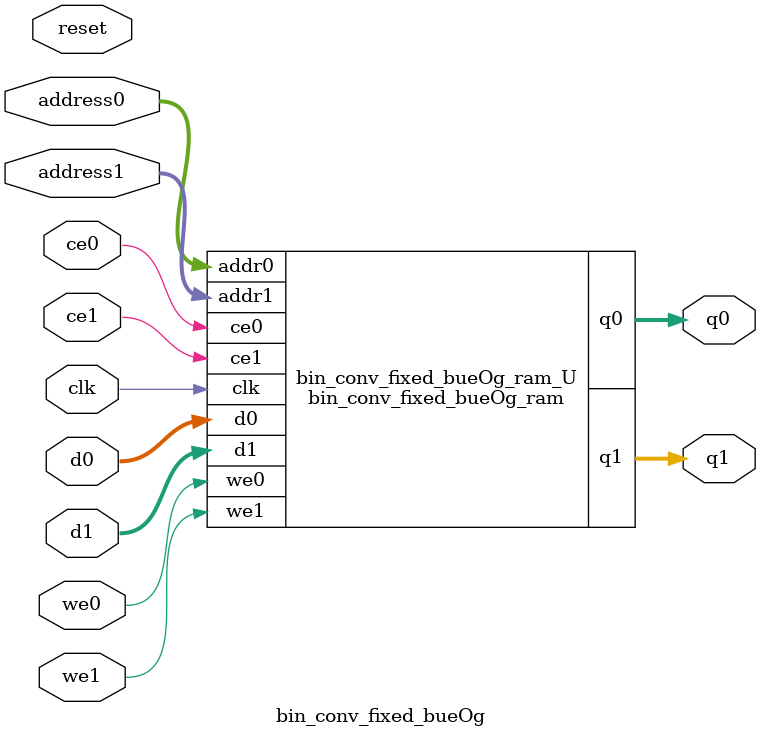
<source format=v>
`timescale 1 ns / 1 ps
module bin_conv_fixed_bueOg_ram (addr0, ce0, d0, we0, q0, addr1, ce1, d1, we1, q1,  clk);

parameter DWIDTH = 12;
parameter AWIDTH = 11;
parameter MEM_SIZE = 2048;

input[AWIDTH-1:0] addr0;
input ce0;
input[DWIDTH-1:0] d0;
input we0;
output reg[DWIDTH-1:0] q0;
input[AWIDTH-1:0] addr1;
input ce1;
input[DWIDTH-1:0] d1;
input we1;
output reg[DWIDTH-1:0] q1;
input clk;

(* ram_style = "block" *)reg [DWIDTH-1:0] ram[0:MEM_SIZE-1];




always @(posedge clk)  
begin 
    if (ce0) 
    begin
        if (we0) 
        begin 
            ram[addr0] <= d0; 
        end 
        q0 <= ram[addr0];
    end
end


always @(posedge clk)  
begin 
    if (ce1) 
    begin
        if (we1) 
        begin 
            ram[addr1] <= d1; 
        end 
        q1 <= ram[addr1];
    end
end


endmodule

`timescale 1 ns / 1 ps
module bin_conv_fixed_bueOg(
    reset,
    clk,
    address0,
    ce0,
    we0,
    d0,
    q0,
    address1,
    ce1,
    we1,
    d1,
    q1);

parameter DataWidth = 32'd12;
parameter AddressRange = 32'd2048;
parameter AddressWidth = 32'd11;
input reset;
input clk;
input[AddressWidth - 1:0] address0;
input ce0;
input we0;
input[DataWidth - 1:0] d0;
output[DataWidth - 1:0] q0;
input[AddressWidth - 1:0] address1;
input ce1;
input we1;
input[DataWidth - 1:0] d1;
output[DataWidth - 1:0] q1;



bin_conv_fixed_bueOg_ram bin_conv_fixed_bueOg_ram_U(
    .clk( clk ),
    .addr0( address0 ),
    .ce0( ce0 ),
    .we0( we0 ),
    .d0( d0 ),
    .q0( q0 ),
    .addr1( address1 ),
    .ce1( ce1 ),
    .we1( we1 ),
    .d1( d1 ),
    .q1( q1 ));

endmodule


</source>
